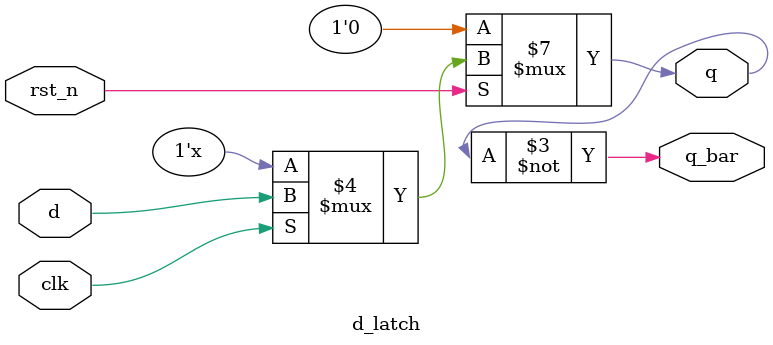
<source format=v>
module d_latch(
    input clk,rst_n,
    input d,
    output reg q,
    output q_bar
);

    always@(clk)
        begin
            if(!rst_n)
                q <= 0;
            else
                if(clk)
                    q <= d;
        end
    assign q_bar = ~q;
endmodule



</source>
